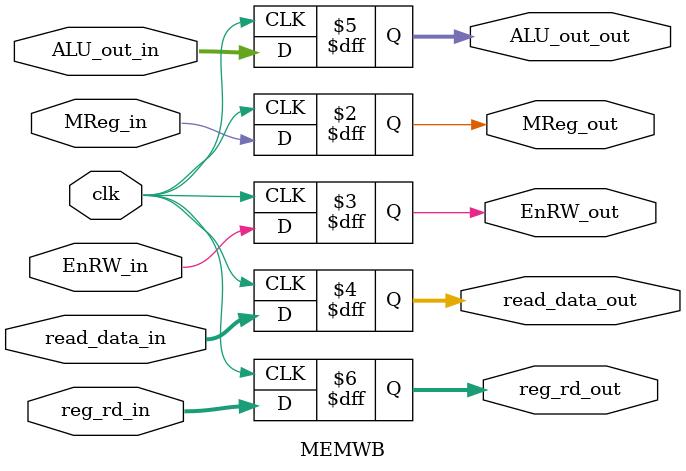
<source format=v>
`timescale 1ns / 1ps


module MEMWB(input clk, MReg_in, EnRW_in, input [31:0] read_data_in, ALU_out_in, input [3:0] reg_rd_in, output reg MReg_out, EnRW_out, output reg [31:0] read_data_out, ALU_out_out, output reg [3:0] reg_rd_out

    );
    always@(posedge clk)
    
    {MReg_out, EnRW_out, read_data_out, ALU_out_out, reg_rd_out}<={MReg_in, EnRW_in, read_data_in, ALU_out_in, reg_rd_in};
endmodule

</source>
